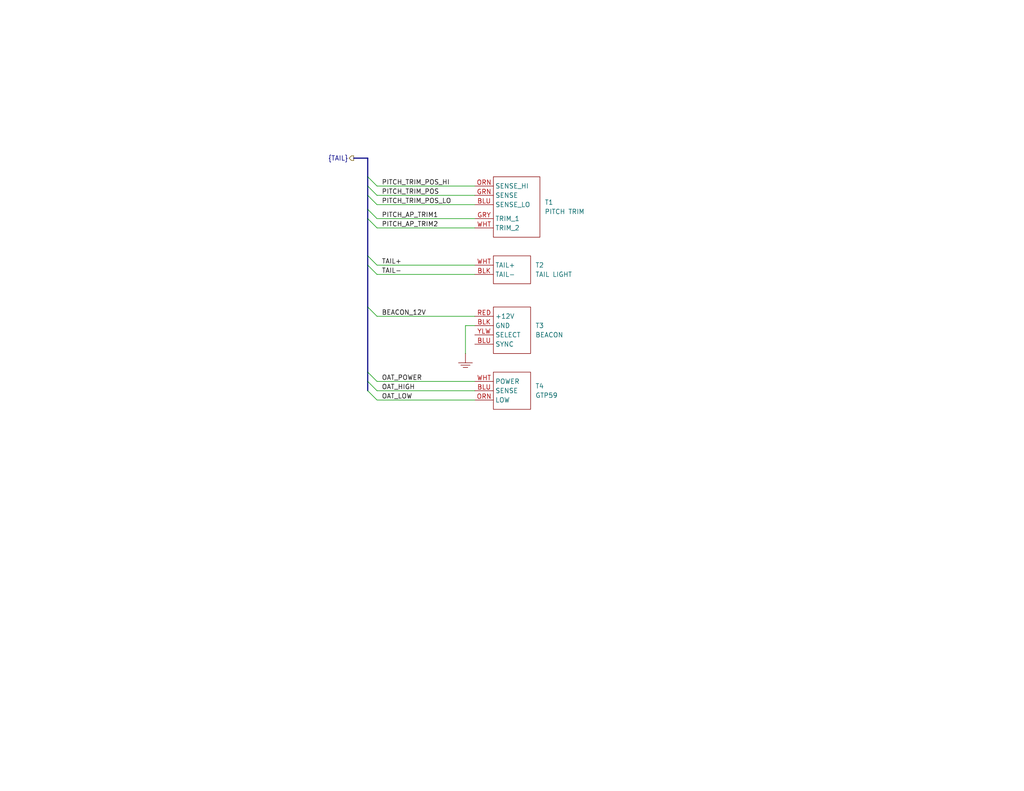
<source format=kicad_sch>
(kicad_sch (version 20250114) (generator "eeschema") (generator_version "9.0")
  (paper "USLetter")
  (title_block (title "RV-7 Electrical") (date "2025-08-19") (rev "1") (company "Ivan Dubrov"))
  (lib_symbols
    (symbol "FlyLeds:BEACON"
      (property "Reference" "U" (at 0 0 0))
      (symbol "BEACON_0_1"
        (rectangle (start -5.08 -1.27) (end 5.08 -13.97))
      )
      (symbol "BEACON_1_0"
        (pin unspecified line (at -10.16 -3.81 0) (length 5.08) (name "+12V") (number "RED"))
        (pin unspecified line (at -10.16 -6.35 0) (length 5.08) (name "GND") (number "BLK"))
        (pin unspecified line (at -10.16 -8.89 0) (length 5.08) (name "SELECT") (number "YLW"))
        (pin unspecified line (at -10.16 -11.43 0) (length 5.08) (name "SYNC") (number "BLU"))
      )
    )
    (symbol "FlyLeds:TAIL_LIGHT"
      (property "Reference" "U" (at 0 0 0))
      (symbol "TAIL_LIGHT_0_1"
        (rectangle (start -5.08 -1.27) (end 5.08 -8.89))
      )
      (symbol "TAIL_LIGHT_1_0"
        (pin unspecified line (at -10.16 -3.81 0) (length 5.08) (name "TAIL+") (number "WHT"))
        (pin unspecified line (at -10.16 -6.35 0) (length 5.08) (name "TAIL-") (number "BLK"))
      )
    )
    (symbol "Garmin:GTP59"
      (property "Reference" "U" (at 0 0 0))
      (symbol "GTP59_0_1"
        (rectangle (start -5.08 -1.27) (end 5.08 -11.43))
      )
      (symbol "GTP59_1_0"
        (pin power_in line (at -10.16 -3.81 0) (length 5.08) (name "POWER") (number "WHT"))
        (pin output line (at -10.16 -6.35 0) (length 5.08) (name "SENSE") (number "BLU"))
        (pin unspecified line (at -10.16 -8.89 0) (length 5.08) (name "LOW") (number "ORN"))
      )
    )
    (symbol "Misc:GND" (power) (pin_numbers (hide yes)) (pin_names (offset 0) (hide yes))
      (symbol "GND_0_1"
        (polyline (pts (xy -1.905 -1.27) (xy 1.905 -1.27)))
        (polyline (pts (xy -1.27 -1.905) (xy 1.27 -1.905)))
        (polyline (pts (xy -0.635 -2.54) (xy 0.635 -2.54)))
        (polyline (pts (xy 0 1.27) (xy 0 -1.27)))
      )
      (symbol "GND_1_0"
        (pin power_in line (at 0 1.27 270) (length 0) (name "~") (number "1"))
      )
    )
    (symbol "Misc:RAY_ALLEN_T2_TRIM"
      (property "Reference" "U" (at 0 6.35 0))
      (symbol "RAY_ALLEN_T2_TRIM_0_1"
        (rectangle (start -6.35 5.08) (end 6.35 -11.43))
      )
      (symbol "RAY_ALLEN_T2_TRIM_1_0"
        (pin bidirectional line (at -11.43 2.54 0) (length 5.08) (name "SENSE_HI") (number "ORN"))
        (pin bidirectional line (at -11.43 0 0) (length 5.08) (name "SENSE") (number "GRN"))
        (pin bidirectional line (at -11.43 -2.54 0) (length 5.08) (name "SENSE_LO") (number "BLU"))
        (pin input line (at -11.43 -6.35 0) (length 5.08) (name "TRIM_1") (number "GRY"))
        (pin input line (at -11.43 -8.89 0) (length 5.08) (name "TRIM_2") (number "WHT"))
      )
    )
  )
  (bus_entry (at 100.33 69.85) (size 2.54 2.54))
  (bus_entry (at 100.33 83.82) (size 2.54 2.54))
  (bus_entry (at 100.33 101.6) (size 2.54 2.54))
  (bus_entry (at 100.33 57.15) (size 2.54 2.54))
  (bus_entry (at 100.33 59.69) (size 2.54 2.54))
  (bus_entry (at 100.33 48.26) (size 2.54 2.54))
  (bus_entry (at 100.33 104.14) (size 2.54 2.54))
  (bus_entry (at 100.33 106.68) (size 2.54 2.54))
  (bus_entry (at 100.33 53.34) (size 2.54 2.54))
  (bus_entry (at 100.33 72.39) (size 2.54 2.54))
  (bus_entry (at 100.33 50.8) (size 2.54 2.54))
  (bus (pts (xy 100.33 59.69) (xy 100.33 69.85)))
  (wire (pts (xy 102.87 106.68) (xy 129.54 106.68)))
  (bus (pts (xy 100.33 48.26) (xy 100.33 50.8)))
  (wire (pts (xy 129.54 88.9) (xy 127 88.9)))
  (bus (pts (xy 100.33 72.39) (xy 100.33 83.82)))
  (bus (pts (xy 100.33 43.18) (xy 100.33 48.26)))
  (wire (pts (xy 102.87 74.93) (xy 129.54 74.93)))
  (wire (pts (xy 102.87 55.88) (xy 129.54 55.88)))
  (wire (pts (xy 102.87 72.39) (xy 129.54 72.39)))
  (wire (pts (xy 102.87 104.14) (xy 129.54 104.14)))
  (bus (pts (xy 100.33 69.85) (xy 100.33 72.39)))
  (bus (pts (xy 100.33 57.15) (xy 100.33 59.69)))
  (wire (pts (xy 102.87 62.23) (xy 129.54 62.23)))
  (bus (pts (xy 100.33 83.82) (xy 100.33 101.6)))
  (bus (pts (xy 96.52 43.18) (xy 100.33 43.18)))
  (wire (pts (xy 102.87 53.34) (xy 129.54 53.34)))
  (wire (pts (xy 102.87 86.36) (xy 129.54 86.36)))
  (wire (pts (xy 102.87 59.69) (xy 129.54 59.69)))
  (wire (pts (xy 102.87 50.8) (xy 129.54 50.8)))
  (wire (pts (xy 127 88.9) (xy 127 96.52)))
  (bus (pts (xy 100.33 101.6) (xy 100.33 104.14)))
  (bus (pts (xy 100.33 53.34) (xy 100.33 57.15)))
  (bus (pts (xy 100.33 104.14) (xy 100.33 106.68)))
  (wire (pts (xy 102.87 109.22) (xy 129.54 109.22)))
  (bus (pts (xy 100.33 50.8) (xy 100.33 53.34)))
  (label "PITCH_AP_TRIM2" (at 104.14 62.23 0))
  (label "PITCH_TRIM_POS_LO" (at 104.14 55.88 0))
  (label "OAT_HIGH" (at 104.14 106.68 0))
  (label "OAT_POWER" (at 104.14 104.14 0))
  (label "PITCH_TRIM_POS" (at 104.14 53.34 0))
  (label "PITCH_TRIM_POS_HI" (at 104.14 50.8 0))
  (label "OAT_LOW" (at 104.14 109.22 0))
  (label "PITCH_AP_TRIM1" (at 104.14 59.69 0))
  (label "TAIL-" (at 104.14 74.93 0))
  (label "TAIL+" (at 104.14 72.39 0))
  (label "BEACON_12V" (at 104.14 86.36 0))
  (hierarchical_label "{TAIL}" (shape output) (at 96.52 43.18 180))
  (symbol (lib_id "Garmin:GTP59") (at 139.7 100.33 0) (unit 1)
    (property "Reference" "T4" (at 146.05 105.4099 0) (effects (justify left)))
    (property "Value" "GTP59" (at 146.05 107.9499 0) (effects (justify left)))
  )
  (symbol (lib_id "FlyLeds:BEACON") (at 139.7 82.55 0) (unit 1)
    (property "Reference" "T3" (at 146.05 88.8999 0) (effects (justify left)))
    (property "Value" "BEACON" (at 146.05 91.4399 0) (effects (justify left)))
  )
  (symbol (lib_id "FlyLeds:TAIL_LIGHT") (at 139.7 68.58 0) (unit 1)
    (property "Reference" "T2" (at 146.05 72.3899 0) (effects (justify left)))
    (property "Value" "TAIL LIGHT" (at 146.05 74.9299 0) (effects (justify left)))
  )
  (symbol (lib_id "Misc:RAY_ALLEN_T2_TRIM") (at 140.97 53.34 0) (unit 1)
    (property "Reference" "T1" (at 148.59 55.2449 0) (effects (justify left)))
    (property "Value" "PITCH TRIM" (at 148.59 57.7849 0) (effects (justify left)))
  )
  (symbol (lib_id "Misc:GND") (at 127 97.79 0) (unit 1)
    (property "Reference" "#PWR015" (effects (hide yes)))
    (property "Value" "GND" (effects (hide yes)))
  )
)
</source>
